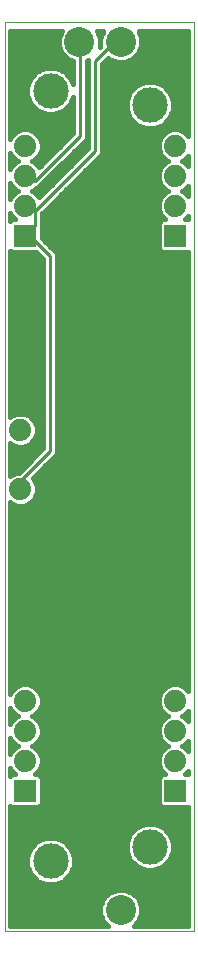
<source format=gtl>
G75*
G70*
%OFA0B0*%
%FSLAX24Y24*%
%IPPOS*%
%LPD*%
%AMOC8*
5,1,8,0,0,1.08239X$1,22.5*
%
%ADD10C,0.0000*%
%ADD11C,0.1000*%
%ADD12C,0.1181*%
%ADD13C,0.0740*%
%ADD14R,0.0740X0.0740*%
%ADD15C,0.0100*%
%ADD16C,0.0160*%
D10*
X000807Y000180D02*
X000807Y030480D01*
X007107Y030480D01*
X007107Y000180D01*
X000807Y000180D01*
D11*
X004676Y000891D03*
X004676Y029829D03*
X003298Y029829D03*
D12*
X002333Y028195D03*
X005640Y027722D03*
X005640Y002998D03*
X002333Y002525D03*
D13*
X001487Y005860D03*
X001487Y006860D03*
X001487Y007860D03*
X001327Y014916D03*
X001327Y016884D03*
X001487Y024360D03*
X001487Y025360D03*
X001487Y026360D03*
X006487Y026360D03*
X006487Y025360D03*
X006487Y024360D03*
X006487Y007860D03*
X006487Y006860D03*
X006487Y005860D03*
D14*
X006487Y004860D03*
X006487Y023360D03*
X001487Y023360D03*
X001487Y004860D03*
D15*
X001327Y014916D02*
X001307Y015180D01*
X002307Y016180D01*
X002307Y022680D01*
X001807Y023180D01*
X001487Y023360D01*
X001807Y023680D01*
X001807Y024180D01*
X001487Y024360D01*
X001807Y025180D02*
X001487Y025360D01*
X001807Y025180D02*
X003307Y026680D01*
X003307Y029680D01*
X003298Y029829D01*
X003807Y029180D02*
X003807Y026180D01*
X001807Y024180D01*
X003807Y029180D02*
X004307Y029680D01*
X004676Y029829D01*
D16*
X004811Y029149D02*
X005061Y029252D01*
X005252Y029443D01*
X005356Y029693D01*
X005356Y029964D01*
X005266Y030180D01*
X006927Y030180D01*
X006927Y026698D01*
X006798Y026826D01*
X006596Y026910D01*
X006377Y026910D01*
X006175Y026826D01*
X006020Y026672D01*
X005937Y026469D01*
X005937Y026251D01*
X006020Y026048D01*
X006175Y025894D01*
X006257Y025860D01*
X006175Y025826D01*
X006020Y025672D01*
X005937Y025469D01*
X005937Y025251D01*
X006020Y025048D01*
X006175Y024894D01*
X006257Y024860D01*
X006175Y024826D01*
X006020Y024672D01*
X005937Y024469D01*
X005937Y024251D01*
X006020Y024048D01*
X006159Y023910D01*
X006042Y023910D01*
X005937Y023805D01*
X005937Y022915D01*
X006042Y022810D01*
X006927Y022810D01*
X006927Y008198D01*
X006798Y008326D01*
X006596Y008410D01*
X006377Y008410D01*
X006175Y008326D01*
X006020Y008172D01*
X005937Y007969D01*
X005937Y007751D01*
X006020Y007548D01*
X006175Y007394D01*
X006257Y007360D01*
X006175Y007326D01*
X006020Y007172D01*
X005937Y006969D01*
X005937Y006751D01*
X006020Y006548D01*
X006175Y006394D01*
X006257Y006360D01*
X006175Y006326D01*
X006020Y006172D01*
X005937Y005969D01*
X005937Y005751D01*
X006020Y005548D01*
X006159Y005410D01*
X006042Y005410D01*
X005937Y005305D01*
X005937Y004415D01*
X006042Y004310D01*
X006927Y004310D01*
X006927Y000360D01*
X005106Y000360D01*
X005252Y000506D01*
X005356Y000756D01*
X005356Y001027D01*
X005252Y001277D01*
X005061Y001468D01*
X004811Y001571D01*
X004540Y001571D01*
X004290Y001468D01*
X004099Y001277D01*
X003996Y001027D01*
X003996Y000756D01*
X004099Y000506D01*
X004245Y000360D01*
X000987Y000360D01*
X000987Y004365D01*
X001042Y004310D01*
X001931Y004310D01*
X002037Y004415D01*
X002037Y005305D01*
X001931Y005410D01*
X001814Y005410D01*
X001953Y005548D01*
X002037Y005751D01*
X002037Y005969D01*
X001953Y006172D01*
X001798Y006326D01*
X001717Y006360D01*
X001798Y006394D01*
X001953Y006548D01*
X002037Y006751D01*
X002037Y006969D01*
X001953Y007172D01*
X001798Y007326D01*
X001717Y007360D01*
X001798Y007394D01*
X001953Y007548D01*
X002037Y007751D01*
X002037Y007969D01*
X001953Y008172D01*
X001798Y008326D01*
X001596Y008410D01*
X001377Y008410D01*
X001175Y008326D01*
X001020Y008172D01*
X000987Y008090D01*
X000987Y014478D01*
X001015Y014449D01*
X001217Y014366D01*
X001436Y014366D01*
X001638Y014449D01*
X001793Y014604D01*
X001877Y014806D01*
X001877Y015025D01*
X001793Y015227D01*
X001736Y015284D01*
X002402Y015950D01*
X002537Y016085D01*
X002537Y022775D01*
X002037Y023275D01*
X002037Y024085D01*
X004037Y026085D01*
X004037Y029085D01*
X004247Y029295D01*
X004290Y029252D01*
X004540Y029149D01*
X004811Y029149D01*
X004900Y029186D02*
X006927Y029186D01*
X006927Y029344D02*
X005153Y029344D01*
X005277Y029503D02*
X006927Y029503D01*
X006927Y029661D02*
X005342Y029661D01*
X005356Y029820D02*
X006927Y029820D01*
X006927Y029978D02*
X005350Y029978D01*
X005284Y030137D02*
X006927Y030137D01*
X006927Y029027D02*
X004037Y029027D01*
X004037Y028869D02*
X006927Y028869D01*
X006927Y028710D02*
X004037Y028710D01*
X004037Y028552D02*
X006927Y028552D01*
X006927Y028393D02*
X006034Y028393D01*
X006077Y028375D02*
X005793Y028493D01*
X005487Y028493D01*
X005204Y028375D01*
X004987Y028159D01*
X004870Y027875D01*
X004870Y027569D01*
X004987Y027286D01*
X005204Y027069D01*
X005487Y026952D01*
X005793Y026952D01*
X006077Y027069D01*
X006293Y027286D01*
X006411Y027569D01*
X006411Y027875D01*
X006293Y028159D01*
X006077Y028375D01*
X006218Y028235D02*
X006927Y028235D01*
X006927Y028076D02*
X006328Y028076D01*
X006393Y027918D02*
X006927Y027918D01*
X006927Y027759D02*
X006411Y027759D01*
X006411Y027601D02*
X006927Y027601D01*
X006927Y027442D02*
X006358Y027442D01*
X006291Y027284D02*
X006927Y027284D01*
X006927Y027125D02*
X006133Y027125D01*
X006157Y026808D02*
X004037Y026808D01*
X004037Y026650D02*
X006011Y026650D01*
X005946Y026491D02*
X004037Y026491D01*
X004037Y026333D02*
X005937Y026333D01*
X005968Y026174D02*
X004037Y026174D01*
X003967Y026016D02*
X006053Y026016D01*
X006047Y025699D02*
X003650Y025699D01*
X003809Y025857D02*
X006249Y025857D01*
X006014Y025065D02*
X003016Y025065D01*
X002858Y024906D02*
X006163Y024906D01*
X006096Y024748D02*
X002699Y024748D01*
X002683Y025382D02*
X002333Y025382D01*
X002366Y025065D02*
X002016Y025065D01*
X001992Y025040D02*
X003402Y026450D01*
X003537Y026585D01*
X003537Y029191D01*
X003577Y029208D01*
X003577Y026275D01*
X001959Y024657D01*
X001953Y024672D01*
X001798Y024826D01*
X001717Y024860D01*
X001798Y024894D01*
X001854Y024950D01*
X001902Y024950D01*
X001927Y024975D01*
X001960Y024984D01*
X001992Y025040D01*
X002049Y024748D02*
X001877Y024748D01*
X001811Y024906D02*
X002207Y024906D01*
X002175Y025223D02*
X002524Y025223D01*
X002492Y025540D02*
X002841Y025540D01*
X002809Y025857D02*
X003158Y025857D01*
X003126Y026174D02*
X003475Y026174D01*
X003443Y026491D02*
X003577Y026491D01*
X003577Y026333D02*
X003284Y026333D01*
X003317Y026016D02*
X002967Y026016D01*
X003000Y025699D02*
X002650Y025699D01*
X002634Y026333D02*
X002037Y026333D01*
X002037Y026251D02*
X002037Y026469D01*
X001953Y026672D01*
X001798Y026826D01*
X001596Y026910D01*
X001377Y026910D01*
X001175Y026826D01*
X001020Y026672D01*
X000987Y026590D01*
X000987Y030180D01*
X002707Y030180D01*
X002618Y029964D01*
X002618Y029693D01*
X002721Y029443D01*
X002913Y029252D01*
X003077Y029184D01*
X003077Y028413D01*
X002986Y028631D01*
X002770Y028848D01*
X002486Y028965D01*
X002180Y028965D01*
X001897Y028848D01*
X001680Y028631D01*
X001563Y028348D01*
X001563Y028041D01*
X001680Y027758D01*
X001897Y027541D01*
X002180Y027424D01*
X002486Y027424D01*
X002770Y027541D01*
X002986Y027758D01*
X003077Y027976D01*
X003077Y026775D01*
X001959Y025657D01*
X001953Y025672D01*
X001798Y025826D01*
X001717Y025860D01*
X001798Y025894D01*
X001953Y026048D01*
X002037Y026251D01*
X002005Y026174D02*
X002475Y026174D01*
X002317Y026016D02*
X001920Y026016D01*
X001926Y025699D02*
X002000Y025699D01*
X002158Y025857D02*
X001724Y025857D01*
X001962Y026650D02*
X002951Y026650D01*
X003077Y026808D02*
X001816Y026808D01*
X002028Y026491D02*
X002792Y026491D01*
X003077Y026967D02*
X000987Y026967D01*
X000987Y027125D02*
X003077Y027125D01*
X003077Y027284D02*
X000987Y027284D01*
X000987Y027442D02*
X002137Y027442D01*
X001838Y027601D02*
X000987Y027601D01*
X000987Y027759D02*
X001680Y027759D01*
X001614Y027918D02*
X000987Y027918D01*
X000987Y028076D02*
X001563Y028076D01*
X001563Y028235D02*
X000987Y028235D01*
X000987Y028393D02*
X001581Y028393D01*
X001647Y028552D02*
X000987Y028552D01*
X000987Y028710D02*
X001759Y028710D01*
X001947Y028869D02*
X000987Y028869D01*
X000987Y029027D02*
X003077Y029027D01*
X003077Y028869D02*
X002720Y028869D01*
X002820Y029344D02*
X000987Y029344D01*
X000987Y029186D02*
X003073Y029186D01*
X003077Y028710D02*
X002907Y028710D01*
X003019Y028552D02*
X003077Y028552D01*
X003052Y027918D02*
X003077Y027918D01*
X003077Y027759D02*
X002987Y027759D01*
X003077Y027601D02*
X002829Y027601D01*
X003077Y027442D02*
X002530Y027442D01*
X002697Y029503D02*
X000987Y029503D01*
X000987Y029661D02*
X002631Y029661D01*
X002618Y029820D02*
X000987Y029820D01*
X000987Y029978D02*
X002624Y029978D01*
X002689Y030137D02*
X000987Y030137D01*
X000987Y026808D02*
X001157Y026808D01*
X001011Y026650D02*
X000987Y026650D01*
X000987Y026130D02*
X001020Y026048D01*
X001175Y025894D01*
X001257Y025860D01*
X001175Y025826D01*
X001020Y025672D01*
X000987Y025590D01*
X000987Y026130D01*
X000987Y026016D02*
X001053Y026016D01*
X000987Y025857D02*
X001249Y025857D01*
X001047Y025699D02*
X000987Y025699D01*
X000987Y025130D02*
X001020Y025048D01*
X001175Y024894D01*
X001257Y024860D01*
X001175Y024826D01*
X001020Y024672D01*
X000987Y024590D01*
X000987Y025130D01*
X000987Y025065D02*
X001014Y025065D01*
X000987Y024906D02*
X001163Y024906D01*
X001096Y024748D02*
X000987Y024748D01*
X000987Y024130D02*
X001020Y024048D01*
X001159Y023910D01*
X001042Y023910D01*
X000987Y023855D01*
X000987Y024130D01*
X000987Y024114D02*
X000993Y024114D01*
X000987Y023955D02*
X001114Y023955D01*
X000987Y022865D02*
X001042Y022810D01*
X001851Y022810D01*
X002077Y022585D01*
X002077Y016275D01*
X001267Y015466D01*
X001217Y015466D01*
X001015Y015382D01*
X000987Y015354D01*
X000987Y016446D01*
X001015Y016418D01*
X001217Y016334D01*
X001436Y016334D01*
X001638Y016418D01*
X001793Y016573D01*
X001877Y016775D01*
X001877Y016994D01*
X001793Y017196D01*
X001638Y017351D01*
X001436Y017434D01*
X001217Y017434D01*
X001015Y017351D01*
X000987Y017322D01*
X000987Y022865D01*
X000987Y022846D02*
X001007Y022846D01*
X000987Y022687D02*
X001974Y022687D01*
X002077Y022529D02*
X000987Y022529D01*
X000987Y022370D02*
X002077Y022370D01*
X002077Y022212D02*
X000987Y022212D01*
X000987Y022053D02*
X002077Y022053D01*
X002077Y021895D02*
X000987Y021895D01*
X000987Y021736D02*
X002077Y021736D01*
X002077Y021578D02*
X000987Y021578D01*
X000987Y021419D02*
X002077Y021419D01*
X002077Y021261D02*
X000987Y021261D01*
X000987Y021102D02*
X002077Y021102D01*
X002077Y020944D02*
X000987Y020944D01*
X000987Y020785D02*
X002077Y020785D01*
X002077Y020627D02*
X000987Y020627D01*
X000987Y020468D02*
X002077Y020468D01*
X002077Y020310D02*
X000987Y020310D01*
X000987Y020151D02*
X002077Y020151D01*
X002077Y019993D02*
X000987Y019993D01*
X000987Y019834D02*
X002077Y019834D01*
X002077Y019676D02*
X000987Y019676D01*
X000987Y019517D02*
X002077Y019517D01*
X002077Y019359D02*
X000987Y019359D01*
X000987Y019200D02*
X002077Y019200D01*
X002077Y019042D02*
X000987Y019042D01*
X000987Y018883D02*
X002077Y018883D01*
X002077Y018725D02*
X000987Y018725D01*
X000987Y018566D02*
X002077Y018566D01*
X002077Y018408D02*
X000987Y018408D01*
X000987Y018249D02*
X002077Y018249D01*
X002077Y018091D02*
X000987Y018091D01*
X000987Y017932D02*
X002077Y017932D01*
X002077Y017774D02*
X000987Y017774D01*
X000987Y017615D02*
X002077Y017615D01*
X002077Y017457D02*
X000987Y017457D01*
X000987Y016347D02*
X001186Y016347D01*
X000987Y016189D02*
X001990Y016189D01*
X002077Y016347D02*
X001467Y016347D01*
X001673Y015872D02*
X000987Y015872D01*
X000987Y016030D02*
X001831Y016030D01*
X001726Y016506D02*
X002077Y016506D01*
X002077Y016664D02*
X001831Y016664D01*
X001877Y016823D02*
X002077Y016823D01*
X002077Y016981D02*
X001877Y016981D01*
X001816Y017140D02*
X002077Y017140D01*
X002077Y017298D02*
X001691Y017298D01*
X001514Y015713D02*
X000987Y015713D01*
X000987Y015555D02*
X001356Y015555D01*
X001049Y015396D02*
X000987Y015396D01*
X000987Y014445D02*
X001026Y014445D01*
X000987Y014287D02*
X006927Y014287D01*
X006927Y014445D02*
X001627Y014445D01*
X001792Y014604D02*
X006927Y014604D01*
X006927Y014762D02*
X001858Y014762D01*
X001877Y014921D02*
X006927Y014921D01*
X006927Y015079D02*
X001854Y015079D01*
X001783Y015238D02*
X006927Y015238D01*
X006927Y015396D02*
X001848Y015396D01*
X002006Y015555D02*
X006927Y015555D01*
X006927Y015713D02*
X002165Y015713D01*
X002323Y015872D02*
X006927Y015872D01*
X006927Y016030D02*
X002482Y016030D01*
X002537Y016189D02*
X006927Y016189D01*
X006927Y016347D02*
X002537Y016347D01*
X002537Y016506D02*
X006927Y016506D01*
X006927Y016664D02*
X002537Y016664D01*
X002537Y016823D02*
X006927Y016823D01*
X006927Y016981D02*
X002537Y016981D01*
X002537Y017140D02*
X006927Y017140D01*
X006927Y017298D02*
X002537Y017298D01*
X002537Y017457D02*
X006927Y017457D01*
X006927Y017615D02*
X002537Y017615D01*
X002537Y017774D02*
X006927Y017774D01*
X006927Y017932D02*
X002537Y017932D01*
X002537Y018091D02*
X006927Y018091D01*
X006927Y018249D02*
X002537Y018249D01*
X002537Y018408D02*
X006927Y018408D01*
X006927Y018566D02*
X002537Y018566D01*
X002537Y018725D02*
X006927Y018725D01*
X006927Y018883D02*
X002537Y018883D01*
X002537Y019042D02*
X006927Y019042D01*
X006927Y019200D02*
X002537Y019200D01*
X002537Y019359D02*
X006927Y019359D01*
X006927Y019517D02*
X002537Y019517D01*
X002537Y019676D02*
X006927Y019676D01*
X006927Y019834D02*
X002537Y019834D01*
X002537Y019993D02*
X006927Y019993D01*
X006927Y020151D02*
X002537Y020151D01*
X002537Y020310D02*
X006927Y020310D01*
X006927Y020468D02*
X002537Y020468D01*
X002537Y020627D02*
X006927Y020627D01*
X006927Y020785D02*
X002537Y020785D01*
X002537Y020944D02*
X006927Y020944D01*
X006927Y021102D02*
X002537Y021102D01*
X002537Y021261D02*
X006927Y021261D01*
X006927Y021419D02*
X002537Y021419D01*
X002537Y021578D02*
X006927Y021578D01*
X006927Y021736D02*
X002537Y021736D01*
X002537Y021895D02*
X006927Y021895D01*
X006927Y022053D02*
X002537Y022053D01*
X002537Y022212D02*
X006927Y022212D01*
X006927Y022370D02*
X002537Y022370D01*
X002537Y022529D02*
X006927Y022529D01*
X006927Y022687D02*
X002537Y022687D01*
X002466Y022846D02*
X006007Y022846D01*
X005937Y023004D02*
X002308Y023004D01*
X002149Y023163D02*
X005937Y023163D01*
X005937Y023321D02*
X002037Y023321D01*
X002037Y023480D02*
X005937Y023480D01*
X005937Y023638D02*
X002037Y023638D01*
X002037Y023797D02*
X005937Y023797D01*
X005993Y024114D02*
X002065Y024114D01*
X002037Y023955D02*
X006114Y023955D01*
X005937Y024272D02*
X002224Y024272D01*
X002382Y024431D02*
X005937Y024431D01*
X005986Y024589D02*
X002541Y024589D01*
X003175Y025223D02*
X005948Y025223D01*
X005937Y025382D02*
X003333Y025382D01*
X003492Y025540D02*
X005966Y025540D01*
X005829Y026967D02*
X006927Y026967D01*
X006927Y026808D02*
X006816Y026808D01*
X006927Y026022D02*
X006798Y025894D01*
X006717Y025860D01*
X006798Y025826D01*
X006927Y025698D01*
X006927Y026022D01*
X006927Y026016D02*
X006920Y026016D01*
X006927Y025857D02*
X006724Y025857D01*
X006926Y025699D02*
X006927Y025699D01*
X006927Y025022D02*
X006798Y024894D01*
X006717Y024860D01*
X006798Y024826D01*
X006927Y024698D01*
X006927Y025022D01*
X006927Y024906D02*
X006811Y024906D01*
X006877Y024748D02*
X006927Y024748D01*
X006927Y024022D02*
X006927Y023910D01*
X006814Y023910D01*
X006927Y024022D01*
X006927Y023955D02*
X006860Y023955D01*
X005451Y026967D02*
X004037Y026967D01*
X004037Y027125D02*
X005148Y027125D01*
X004989Y027284D02*
X004037Y027284D01*
X004037Y027442D02*
X004922Y027442D01*
X004870Y027601D02*
X004037Y027601D01*
X004037Y027759D02*
X004870Y027759D01*
X004887Y027918D02*
X004037Y027918D01*
X004037Y028076D02*
X004953Y028076D01*
X005063Y028235D02*
X004037Y028235D01*
X004037Y028393D02*
X005246Y028393D01*
X004451Y029186D02*
X004137Y029186D01*
X003966Y029664D02*
X003978Y029693D01*
X003978Y029964D01*
X003888Y030180D01*
X004085Y030180D01*
X003996Y029964D01*
X003996Y029694D01*
X003966Y029664D01*
X003978Y029820D02*
X003996Y029820D01*
X004002Y029978D02*
X003972Y029978D01*
X003906Y030137D02*
X004067Y030137D01*
X003577Y029186D02*
X003537Y029186D01*
X003537Y029027D02*
X003577Y029027D01*
X003577Y028869D02*
X003537Y028869D01*
X003537Y028710D02*
X003577Y028710D01*
X003577Y028552D02*
X003537Y028552D01*
X003537Y028393D02*
X003577Y028393D01*
X003577Y028235D02*
X003537Y028235D01*
X003537Y028076D02*
X003577Y028076D01*
X003577Y027918D02*
X003537Y027918D01*
X003537Y027759D02*
X003577Y027759D01*
X003577Y027601D02*
X003537Y027601D01*
X003537Y027442D02*
X003577Y027442D01*
X003577Y027284D02*
X003537Y027284D01*
X003537Y027125D02*
X003577Y027125D01*
X003577Y026967D02*
X003537Y026967D01*
X003537Y026808D02*
X003577Y026808D01*
X003577Y026650D02*
X003537Y026650D01*
X000987Y014128D02*
X006927Y014128D01*
X006927Y013970D02*
X000987Y013970D01*
X000987Y013811D02*
X006927Y013811D01*
X006927Y013653D02*
X000987Y013653D01*
X000987Y013494D02*
X006927Y013494D01*
X006927Y013336D02*
X000987Y013336D01*
X000987Y013177D02*
X006927Y013177D01*
X006927Y013019D02*
X000987Y013019D01*
X000987Y012860D02*
X006927Y012860D01*
X006927Y012702D02*
X000987Y012702D01*
X000987Y012543D02*
X006927Y012543D01*
X006927Y012385D02*
X000987Y012385D01*
X000987Y012226D02*
X006927Y012226D01*
X006927Y012068D02*
X000987Y012068D01*
X000987Y011909D02*
X006927Y011909D01*
X006927Y011751D02*
X000987Y011751D01*
X000987Y011592D02*
X006927Y011592D01*
X006927Y011434D02*
X000987Y011434D01*
X000987Y011275D02*
X006927Y011275D01*
X006927Y011117D02*
X000987Y011117D01*
X000987Y010958D02*
X006927Y010958D01*
X006927Y010800D02*
X000987Y010800D01*
X000987Y010641D02*
X006927Y010641D01*
X006927Y010483D02*
X000987Y010483D01*
X000987Y010324D02*
X006927Y010324D01*
X006927Y010166D02*
X000987Y010166D01*
X000987Y010007D02*
X006927Y010007D01*
X006927Y009849D02*
X000987Y009849D01*
X000987Y009690D02*
X006927Y009690D01*
X006927Y009532D02*
X000987Y009532D01*
X000987Y009373D02*
X006927Y009373D01*
X006927Y009215D02*
X000987Y009215D01*
X000987Y009056D02*
X006927Y009056D01*
X006927Y008898D02*
X000987Y008898D01*
X000987Y008739D02*
X006927Y008739D01*
X006927Y008581D02*
X000987Y008581D01*
X000987Y008422D02*
X006927Y008422D01*
X006927Y008264D02*
X006861Y008264D01*
X006927Y007522D02*
X006798Y007394D01*
X006717Y007360D01*
X006798Y007326D01*
X006927Y007198D01*
X006927Y007522D01*
X006927Y007471D02*
X006875Y007471D01*
X006927Y007313D02*
X006812Y007313D01*
X006927Y006522D02*
X006927Y006198D01*
X006798Y006326D01*
X006717Y006360D01*
X006798Y006394D01*
X006927Y006522D01*
X006927Y006520D02*
X006924Y006520D01*
X006927Y006362D02*
X006720Y006362D01*
X006921Y006203D02*
X006927Y006203D01*
X006927Y005522D02*
X006927Y005410D01*
X006814Y005410D01*
X006927Y005522D01*
X006927Y005411D02*
X006815Y005411D01*
X006927Y004301D02*
X000987Y004301D01*
X000987Y004143D02*
X006927Y004143D01*
X006927Y003984D02*
X000987Y003984D01*
X000987Y003826D02*
X006927Y003826D01*
X006927Y003667D02*
X006038Y003667D01*
X006077Y003651D02*
X005793Y003768D01*
X005487Y003768D01*
X005204Y003651D01*
X004987Y003434D01*
X004870Y003151D01*
X004870Y002845D01*
X004987Y002561D01*
X005204Y002345D01*
X005487Y002227D01*
X005793Y002227D01*
X006077Y002345D01*
X006293Y002561D01*
X006411Y002845D01*
X006411Y003151D01*
X006293Y003434D01*
X006077Y003651D01*
X006219Y003509D02*
X006927Y003509D01*
X006927Y003350D02*
X006328Y003350D01*
X006394Y003192D02*
X006927Y003192D01*
X006927Y003033D02*
X006411Y003033D01*
X006411Y002875D02*
X006927Y002875D01*
X006927Y002716D02*
X006358Y002716D01*
X006290Y002558D02*
X006927Y002558D01*
X006927Y002399D02*
X006131Y002399D01*
X005825Y002241D02*
X006927Y002241D01*
X006927Y002082D02*
X002979Y002082D01*
X002986Y002089D02*
X003104Y002372D01*
X003104Y002679D01*
X002986Y002962D01*
X002770Y003179D01*
X002486Y003296D01*
X002180Y003296D01*
X001897Y003179D01*
X001680Y002962D01*
X001563Y002679D01*
X001563Y002372D01*
X001680Y002089D01*
X001897Y001872D01*
X002180Y001755D01*
X002486Y001755D01*
X002770Y001872D01*
X002986Y002089D01*
X003049Y002241D02*
X005455Y002241D01*
X005239Y001290D02*
X006927Y001290D01*
X006927Y001448D02*
X005081Y001448D01*
X005312Y001131D02*
X006927Y001131D01*
X006927Y000973D02*
X005356Y000973D01*
X005356Y000814D02*
X006927Y000814D01*
X006927Y000656D02*
X005314Y000656D01*
X005243Y000497D02*
X006927Y000497D01*
X006927Y001607D02*
X000987Y001607D01*
X000987Y001765D02*
X002155Y001765D01*
X001845Y001924D02*
X000987Y001924D01*
X000987Y002082D02*
X001687Y002082D01*
X001617Y002241D02*
X000987Y002241D01*
X000987Y002399D02*
X001563Y002399D01*
X001563Y002558D02*
X000987Y002558D01*
X000987Y002716D02*
X001578Y002716D01*
X001644Y002875D02*
X000987Y002875D01*
X000987Y003033D02*
X001751Y003033D01*
X001928Y003192D02*
X000987Y003192D01*
X000987Y003350D02*
X004952Y003350D01*
X004886Y003192D02*
X002738Y003192D01*
X002915Y003033D02*
X004870Y003033D01*
X004870Y002875D02*
X003023Y002875D01*
X003088Y002716D02*
X004923Y002716D01*
X004991Y002558D02*
X003104Y002558D01*
X003104Y002399D02*
X005149Y002399D01*
X005061Y003509D02*
X000987Y003509D01*
X000987Y003667D02*
X005242Y003667D01*
X005937Y004460D02*
X002037Y004460D01*
X002037Y004618D02*
X005937Y004618D01*
X005937Y004777D02*
X002037Y004777D01*
X002037Y004935D02*
X005937Y004935D01*
X005937Y005094D02*
X002037Y005094D01*
X002037Y005252D02*
X005937Y005252D01*
X006012Y005569D02*
X001961Y005569D01*
X002027Y005728D02*
X005946Y005728D01*
X005937Y005886D02*
X002037Y005886D01*
X002006Y006045D02*
X005968Y006045D01*
X006052Y006203D02*
X001921Y006203D01*
X001924Y006520D02*
X006049Y006520D01*
X005967Y006679D02*
X002007Y006679D01*
X002037Y006837D02*
X005937Y006837D01*
X005947Y006996D02*
X002026Y006996D01*
X001960Y007154D02*
X006013Y007154D01*
X006098Y007471D02*
X001875Y007471D01*
X001812Y007313D02*
X006161Y007313D01*
X005987Y007630D02*
X001987Y007630D01*
X002037Y007788D02*
X005937Y007788D01*
X005937Y007947D02*
X002037Y007947D01*
X001980Y008105D02*
X005993Y008105D01*
X006112Y008264D02*
X001861Y008264D01*
X001720Y006362D02*
X006253Y006362D01*
X006158Y005411D02*
X001815Y005411D01*
X001257Y006360D02*
X001175Y006326D01*
X001020Y006172D01*
X000987Y006090D01*
X000987Y006630D01*
X001020Y006548D01*
X001175Y006394D01*
X001257Y006360D01*
X001253Y006362D02*
X000987Y006362D01*
X000987Y006520D02*
X001049Y006520D01*
X001052Y006203D02*
X000987Y006203D01*
X000987Y005630D02*
X001020Y005548D01*
X001159Y005410D01*
X001042Y005410D01*
X000987Y005355D01*
X000987Y005630D01*
X000987Y005569D02*
X001012Y005569D01*
X000987Y005411D02*
X001158Y005411D01*
X000987Y007090D02*
X000987Y007630D01*
X001020Y007548D01*
X001175Y007394D01*
X001257Y007360D01*
X001175Y007326D01*
X001020Y007172D01*
X000987Y007090D01*
X000987Y007154D02*
X001013Y007154D01*
X000987Y007313D02*
X001161Y007313D01*
X001098Y007471D02*
X000987Y007471D01*
X000987Y007630D02*
X000987Y007630D01*
X000987Y008105D02*
X000993Y008105D01*
X000987Y008264D02*
X001112Y008264D01*
X002511Y001765D02*
X006927Y001765D01*
X006927Y001924D02*
X002821Y001924D01*
X003996Y000973D02*
X000987Y000973D01*
X000987Y001131D02*
X004039Y001131D01*
X004112Y001290D02*
X000987Y001290D01*
X000987Y001448D02*
X004270Y001448D01*
X004037Y000656D02*
X000987Y000656D01*
X000987Y000814D02*
X003996Y000814D01*
X004108Y000497D02*
X000987Y000497D01*
M02*

</source>
